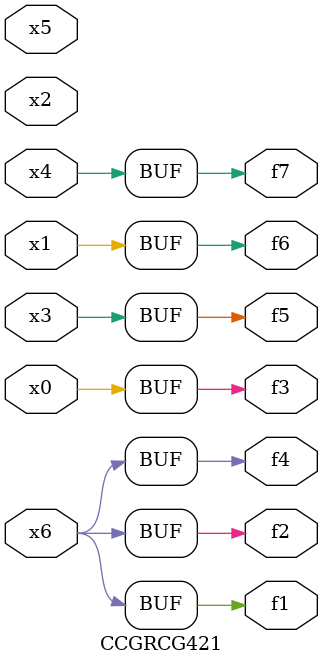
<source format=v>
module CCGRCG421(
	input x0, x1, x2, x3, x4, x5, x6,
	output f1, f2, f3, f4, f5, f6, f7
);
	assign f1 = x6;
	assign f2 = x6;
	assign f3 = x0;
	assign f4 = x6;
	assign f5 = x3;
	assign f6 = x1;
	assign f7 = x4;
endmodule

</source>
